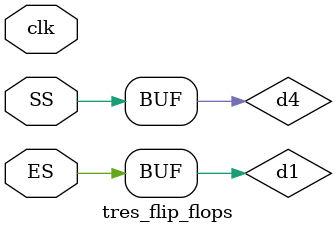
<source format=v>

 module 	tres_flip_flops(clk,ES,SS);

 input 	ES;
    input 	SS;
    input 	clk;

reg d2,d1,d3,d4;
    //con un case
assign d1=ES;
    always @(posedge clk) d2=d1;
    always @(posedge clk) d3=d2;
    always @(posedge clk) d4=d3;



assign SS=d4;



endmodule

</source>
